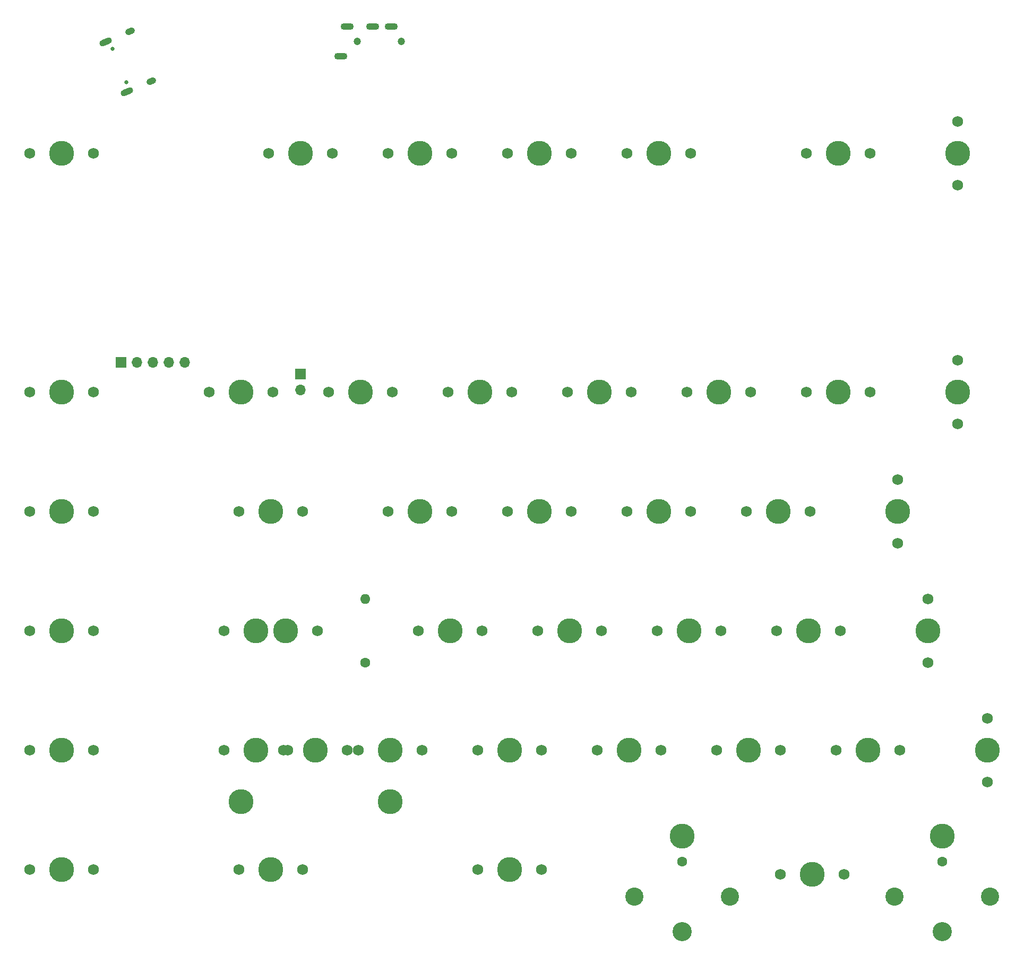
<source format=gbr>
%TF.GenerationSoftware,KiCad,Pcbnew,8.0.2*%
%TF.CreationDate,2024-11-08T18:32:23-08:00*%
%TF.ProjectId,gh80-5000-left,67683830-2d35-4303-9030-2d6c6566742e,rev?*%
%TF.SameCoordinates,Original*%
%TF.FileFunction,Soldermask,Top*%
%TF.FilePolarity,Negative*%
%FSLAX46Y46*%
G04 Gerber Fmt 4.6, Leading zero omitted, Abs format (unit mm)*
G04 Created by KiCad (PCBNEW 8.0.2) date 2024-11-08 18:32:23*
%MOMM*%
%LPD*%
G01*
G04 APERTURE LIST*
G04 Aperture macros list*
%AMHorizOval*
0 Thick line with rounded ends*
0 $1 width*
0 $2 $3 position (X,Y) of the first rounded end (center of the circle)*
0 $4 $5 position (X,Y) of the second rounded end (center of the circle)*
0 Add line between two ends*
20,1,$1,$2,$3,$4,$5,0*
0 Add two circle primitives to create the rounded ends*
1,1,$1,$2,$3*
1,1,$1,$4,$5*%
G04 Aperture macros list end*
%ADD10C,2.900000*%
%ADD11C,1.600000*%
%ADD12C,3.048000*%
%ADD13C,3.987800*%
%ADD14C,1.750000*%
%ADD15C,0.650000*%
%ADD16HorizOval,1.000000X-0.506278X-0.214902X0.506278X0.214902X0*%
%ADD17HorizOval,1.000000X-0.276151X-0.117219X0.276151X0.117219X0*%
%ADD18O,1.600000X1.600000*%
%ADD19R,1.700000X1.700000*%
%ADD20O,1.700000X1.700000*%
%ADD21C,1.200000*%
%ADD22O,2.100000X1.100000*%
G04 APERTURE END LIST*
D10*
%TO.C,S3*%
X179463750Y-191625000D03*
D11*
X187063750Y-186050000D03*
X187063750Y-197200000D03*
D10*
X194663750Y-191625000D03*
X220963750Y-191625000D03*
D11*
X228563750Y-186050000D03*
X228563750Y-197200000D03*
D10*
X236163750Y-191625000D03*
%TD*%
D12*
%TO.C,S2*%
X228563750Y-197210000D03*
D13*
X228563750Y-181970000D03*
D12*
X187063750Y-197210000D03*
D13*
X187063750Y-181970000D03*
%TD*%
D14*
%TO.C,MX40*%
X230981250Y-116205000D03*
D13*
X230981250Y-111125000D03*
D14*
X230981250Y-106045000D03*
%TD*%
%TO.C,MX36*%
X206851250Y-111125000D03*
D13*
X211931250Y-111125000D03*
D14*
X217011250Y-111125000D03*
%TD*%
%TO.C,MX19*%
X135413750Y-168275000D03*
D13*
X140493750Y-168275000D03*
D14*
X145573750Y-168275000D03*
%TD*%
%TO.C,MX24*%
X154463750Y-168275000D03*
D13*
X159543750Y-168275000D03*
D14*
X164623750Y-168275000D03*
%TD*%
%TO.C,MX4*%
X83026250Y-149225000D03*
D13*
X88106250Y-149225000D03*
D14*
X93186250Y-149225000D03*
%TD*%
%TO.C,MX15*%
X140176250Y-73025000D03*
D13*
X145256250Y-73025000D03*
D14*
X150336250Y-73025000D03*
%TD*%
%TO.C,MX20*%
X159226250Y-73025000D03*
D13*
X164306250Y-73025000D03*
D14*
X169386250Y-73025000D03*
%TD*%
%TO.C,MX12*%
X116363750Y-187325000D03*
D13*
X121443750Y-187325000D03*
D14*
X126523750Y-187325000D03*
%TD*%
%TO.C,MX42*%
X226218750Y-154305000D03*
D13*
X226218750Y-149225000D03*
D14*
X226218750Y-144145000D03*
%TD*%
%TO.C,MX29*%
X183038750Y-149225000D03*
D13*
X188118750Y-149225000D03*
D14*
X193198750Y-149225000D03*
%TD*%
%TO.C,MX35*%
X206851250Y-73025000D03*
D13*
X211931250Y-73025000D03*
D14*
X217011250Y-73025000D03*
%TD*%
%TO.C,MX22*%
X159226250Y-130175000D03*
D13*
X164306250Y-130175000D03*
D14*
X169386250Y-130175000D03*
%TD*%
%TO.C,MX1*%
X83026250Y-73025000D03*
D13*
X88106250Y-73025000D03*
D14*
X93186250Y-73025000D03*
%TD*%
%TO.C,MX5*%
X83026250Y-168275000D03*
D13*
X88106250Y-168275000D03*
D14*
X93186250Y-168275000D03*
%TD*%
%TO.C,MX9*%
X116363750Y-130175000D03*
D13*
X121443750Y-130175000D03*
D14*
X126523750Y-130175000D03*
%TD*%
%TO.C,MX10*%
X113982500Y-149225000D03*
D13*
X119062500Y-149225000D03*
D14*
X124142500Y-149225000D03*
%TD*%
%TO.C,MX38*%
X202733750Y-188125000D03*
D13*
X207813750Y-188125000D03*
D14*
X212893750Y-188125000D03*
%TD*%
%TO.C,MX27*%
X168751250Y-111125000D03*
D13*
X173831250Y-111125000D03*
D14*
X178911250Y-111125000D03*
%TD*%
%TO.C,MX18*%
X144938750Y-149225000D03*
D13*
X150018750Y-149225000D03*
D14*
X155098750Y-149225000D03*
%TD*%
%TO.C,MX3*%
X83026250Y-130175000D03*
D13*
X88106250Y-130175000D03*
D14*
X93186250Y-130175000D03*
%TD*%
%TO.C,MX25*%
X154463750Y-187325000D03*
D13*
X159543750Y-187325000D03*
D14*
X164623750Y-187325000D03*
%TD*%
%TO.C,MX2*%
X83026250Y-111125000D03*
D13*
X88106250Y-111125000D03*
D14*
X93186250Y-111125000D03*
%TD*%
%TO.C,MX28*%
X178276250Y-130175000D03*
D13*
X183356250Y-130175000D03*
D14*
X188436250Y-130175000D03*
%TD*%
D13*
%TO.C,S1*%
X116681250Y-176530000D03*
X140493750Y-176530000D03*
%TD*%
D14*
%TO.C,MX41*%
X221456250Y-135255000D03*
D13*
X221456250Y-130175000D03*
D14*
X221456250Y-125095000D03*
%TD*%
%TO.C,MX7*%
X121126250Y-73025000D03*
D13*
X126206250Y-73025000D03*
D14*
X131286250Y-73025000D03*
%TD*%
%TO.C,MX13*%
X118745000Y-149225000D03*
D13*
X123825000Y-149225000D03*
D14*
X128905000Y-149225000D03*
%TD*%
%TO.C,MX33*%
X202088750Y-149225000D03*
D13*
X207168750Y-149225000D03*
D14*
X212248750Y-149225000D03*
%TD*%
%TO.C,MX32*%
X197326250Y-130175000D03*
D13*
X202406250Y-130175000D03*
D14*
X207486250Y-130175000D03*
%TD*%
%TO.C,MX16*%
X130651250Y-111125000D03*
D13*
X135731250Y-111125000D03*
D14*
X140811250Y-111125000D03*
%TD*%
%TO.C,MX6*%
X83026250Y-187325000D03*
D13*
X88106250Y-187325000D03*
D14*
X93186250Y-187325000D03*
%TD*%
%TO.C,MX43*%
X235743750Y-173355000D03*
D13*
X235743750Y-168275000D03*
D14*
X235743750Y-163195000D03*
%TD*%
%TO.C,MX34*%
X192563750Y-168275000D03*
D13*
X197643750Y-168275000D03*
D14*
X202723750Y-168275000D03*
%TD*%
%TO.C,MX11*%
X113982500Y-168275000D03*
D13*
X119062500Y-168275000D03*
D14*
X124142500Y-168275000D03*
%TD*%
%TO.C,MX14*%
X123507500Y-168275000D03*
D13*
X128587500Y-168275000D03*
D14*
X133667500Y-168275000D03*
%TD*%
%TO.C,MX39*%
X230981250Y-78105000D03*
D13*
X230981250Y-73025000D03*
D14*
X230981250Y-67945000D03*
%TD*%
%TO.C,MX37*%
X211613750Y-168275000D03*
D13*
X216693750Y-168275000D03*
D14*
X221773750Y-168275000D03*
%TD*%
%TO.C,MX17*%
X140176250Y-130175000D03*
D13*
X145256250Y-130175000D03*
D14*
X150336250Y-130175000D03*
%TD*%
%TO.C,MX31*%
X187801250Y-111125000D03*
D13*
X192881250Y-111125000D03*
D14*
X197961250Y-111125000D03*
%TD*%
%TO.C,MX30*%
X173513750Y-168275000D03*
D13*
X178593750Y-168275000D03*
D14*
X183673750Y-168275000D03*
%TD*%
%TO.C,MX23*%
X163988750Y-149225000D03*
D13*
X169068750Y-149225000D03*
D14*
X174148750Y-149225000D03*
%TD*%
%TO.C,MX8*%
X111601250Y-111125000D03*
D13*
X116681250Y-111125000D03*
D14*
X121761250Y-111125000D03*
%TD*%
%TO.C,MX26*%
X178276250Y-73025000D03*
D13*
X183356250Y-73025000D03*
D14*
X188436250Y-73025000D03*
%TD*%
%TO.C,MX21*%
X149701250Y-111125000D03*
D13*
X154781250Y-111125000D03*
D14*
X159861250Y-111125000D03*
%TD*%
D15*
%TO.C,J2*%
X96192957Y-56336833D03*
X98451383Y-61657351D03*
D16*
X95146344Y-55227598D03*
D17*
X98994055Y-53594342D03*
X102369972Y-61547504D03*
D16*
X98522261Y-63180760D03*
%TD*%
D11*
%TO.C,R11*%
X136525000Y-154305000D03*
D18*
X136525000Y-144145000D03*
%TD*%
D19*
%TO.C,J1*%
X97525000Y-106400000D03*
D20*
X100065000Y-106400000D03*
X102605000Y-106400000D03*
X105145000Y-106400000D03*
X107685000Y-106400000D03*
%TD*%
D21*
%TO.C,J3*%
X142256650Y-55155000D03*
X135256750Y-55155000D03*
D22*
X137656750Y-52755000D03*
X140656750Y-52755000D03*
X132656750Y-57555000D03*
X133656750Y-52755000D03*
%TD*%
D19*
%TO.C,BOOT1*%
X126206250Y-108262500D03*
D20*
X126206250Y-110802500D03*
%TD*%
M02*

</source>
